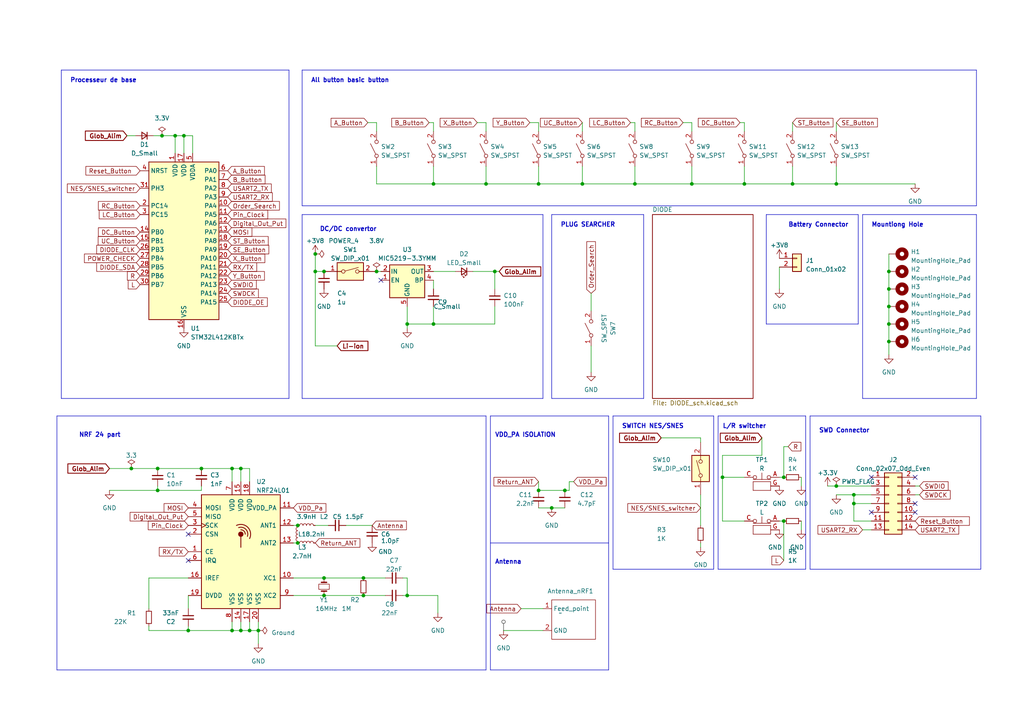
<source format=kicad_sch>
(kicad_sch (version 20230121) (generator eeschema)
  (paper "A4")
  (title_block (title "SNES_1") (date "06/04/2023") (company "ENSEA") (comment 1 "Auriac Robin") (comment 5 "Ce n'est pas fini, c'est une bêta"))
  (lib_symbols
    (symbol "Antenna_nRF24_2_4GHz:Antenna_nRF_2_4GHz"
      (property "Reference" "Antenna_nRF" (at 0 7.62 0))
      (symbol "Antenna_nRF_2_4GHz_1_1"
        (pin bidirectional line (at -8.89 3.81 0) (length 2.54) (name "Feed_point") (number "1"))
        (pin power_in line (at -8.89 -2.54 0) (length 2.54) (name "GND") (number "2"))
      )
    )
    (symbol "Connector:CoaxialSwitch_Testpoint" (pin_names (offset 1.016) hide)
      (property "Reference" "TP" (at 0 -3.81 0))
      (property "Value" "CoaxialSwitch_Testpoint" (at 0 3.81 0))
      (symbol "CoaxialSwitch_Testpoint_1_1"
        (pin passive line (at 5.08 1.27 180) (length 2.54) (name "A") (number "A"))
        (pin passive line (at -5.08 1.27 0) (length 2.54) (name "C") (number "C"))
        (pin passive line (at 5.08 -1.27 180) (length 2.54) (name "G") (number "G"))
      )
    )
    (symbol "Connector_Generic:Conn_01x02" (pin_names (offset 1.016) hide)
      (property "Reference" "J" (at 0 2.54 0))
      (property "Value" "Conn_01x02" (at 0 -5.08 0))
      (symbol "Conn_01x02_1_1"
        (pin passive line (at -5.08 0 0) (length 3.81) (name "Pin_1") (number "1"))
        (pin passive line (at -5.08 -2.54 0) (length 3.81) (name "Pin_2") (number "2"))
      )
    )
    (symbol "Connector_Generic:Conn_02x07_Odd_Even" (pin_names (offset 1.016) hide)
      (property "Reference" "J" (at 1.27 10.16 0))
      (property "Value" "Conn_02x07_Odd_Even" (at 1.27 -10.16 0))
      (symbol "Conn_02x07_Odd_Even_1_1"
        (pin passive line (at -5.08 7.62 0) (length 3.81) (name "Pin_1") (number "1"))
        (pin passive line (at 7.62 -2.54 180) (length 3.81) (name "Pin_10") (number "10"))
        (pin passive line (at -5.08 -5.08 0) (length 3.81) (name "Pin_11") (number "11"))
        (pin passive line (at 7.62 -5.08 180) (length 3.81) (name "Pin_12") (number "12"))
        (pin passive line (at -5.08 -7.62 0) (length 3.81) (name "Pin_13") (number "13"))
        (pin passive line (at 7.62 -7.62 180) (length 3.81) (name "Pin_14") (number "14"))
        (pin passive line (at 7.62 7.62 180) (length 3.81) (name "Pin_2") (number "2"))
        (pin passive line (at -5.08 5.08 0) (length 3.81) (name "Pin_3") (number "3"))
        (pin passive line (at 7.62 5.08 180) (length 3.81) (name "Pin_4") (number "4"))
        (pin passive line (at -5.08 2.54 0) (length 3.81) (name "Pin_5") (number "5"))
        (pin passive line (at 7.62 2.54 180) (length 3.81) (name "Pin_6") (number "6"))
        (pin passive line (at -5.08 0 0) (length 3.81) (name "Pin_7") (number "7"))
        (pin passive line (at 7.62 0 180) (length 3.81) (name "Pin_8") (number "8"))
        (pin passive line (at -5.08 -2.54 0) (length 3.81) (name "Pin_9") (number "9"))
      )
    )
    (symbol "Device:C_Small" (pin_numbers hide) (pin_names (offset 0.254) hide)
      (property "Reference" "C" (at 0.254 1.778 0))
      (property "Value" "C_Small" (at 0.254 -2.032 0))
      (symbol "C_Small_1_1"
        (pin passive line (at 0 2.54 270) (length 2.032) (name "~") (number "1"))
        (pin passive line (at 0 -2.54 90) (length 2.032) (name "~") (number "2"))
      )
    )
    (symbol "Device:Crystal_Small" (pin_numbers hide) (pin_names (offset 1.016) hide)
      (property "Reference" "Y" (at 0 2.54 0))
      (property "Value" "Crystal_Small" (at 0 -2.54 0))
      (symbol "Crystal_Small_1_1"
        (pin passive line (at -2.54 0 0) (length 1.27) (name "1") (number "1"))
        (pin passive line (at 2.54 0 180) (length 1.27) (name "2") (number "2"))
      )
    )
    (symbol "Device:D_Small" (pin_numbers hide) (pin_names (offset 0.254) hide)
      (property "Reference" "D" (at -1.27 2.032 0))
      (property "Value" "D_Small" (at -3.81 -2.032 0))
      (symbol "D_Small_1_1"
        (pin passive line (at -2.54 0 0) (length 1.778) (name "K") (number "1"))
        (pin passive line (at 2.54 0 180) (length 1.778) (name "A") (number "2"))
      )
    )
    (symbol "Device:LED_Small" (pin_numbers hide) (pin_names (offset 0.254) hide)
      (property "Reference" "D" (at -1.27 3.175 0))
      (property "Value" "LED_Small" (at -4.445 -2.54 0))
      (symbol "LED_Small_1_1"
        (pin passive line (at -2.54 0 0) (length 1.778) (name "K") (number "1"))
        (pin passive line (at 2.54 0 180) (length 1.778) (name "A") (number "2"))
      )
    )
    (symbol "Device:L_Small" (pin_numbers hide) (pin_names (offset 0.254) hide)
      (property "Reference" "L" (at 0.762 1.016 0))
      (property "Value" "L_Small" (at 0.762 -1.016 0))
      (symbol "L_Small_1_1"
        (pin passive line (at 0 2.54 270) (length 0.508) (name "~") (number "1"))
        (pin passive line (at 0 -2.54 90) (length 0.508) (name "~") (number "2"))
      )
    )
    (symbol "Device:R_Small" (pin_numbers hide) (pin_names (offset 0.254) hide)
      (property "Reference" "R" (at 0.762 0.508 0))
      (property "Value" "R_Small" (at 0.762 -1.016 0))
      (symbol "R_Small_1_1"
        (pin passive line (at 0 2.54 270) (length 0.762) (name "~") (number "1"))
        (pin passive line (at 0 -2.54 90) (length 0.762) (name "~") (number "2"))
      )
    )
    (symbol "MCU_ST_STM32L4:STM32L412KBTx"
      (property "Reference" "U" (at -10.16 24.13 0))
      (property "Value" "STM32L412KBTx" (at 5.08 24.13 0))
      (symbol "STM32L412KBTx_1_1"
        (pin power_in line (at -2.54 25.4 270) (length 2.54) (name "VDD") (number "1"))
        (pin bidirectional line (at 12.7 10.16 180) (length 2.54) (name "PA4") (number "10"))
        (pin bidirectional line (at 12.7 7.62 180) (length 2.54) (name "PA5") (number "11"))
        (pin bidirectional line (at 12.7 5.08 180) (length 2.54) (name "PA6") (number "12"))
        (pin bidirectional line (at 12.7 2.54 180) (length 2.54) (name "PA7") (number "13"))
        (pin bidirectional line (at -12.7 2.54 0) (length 2.54) (name "PB0") (number "14"))
        (pin bidirectional line (at -12.7 0 0) (length 2.54) (name "PB1") (number "15"))
        (pin power_in line (at 0 -25.4 90) (length 2.54) (name "VSS") (number "16"))
        (pin power_in line (at 0 25.4 270) (length 2.54) (name "VDD") (number "17"))
        (pin bidirectional line (at 12.7 0 180) (length 2.54) (name "PA8") (number "18"))
        (pin bidirectional line (at 12.7 -2.54 180) (length 2.54) (name "PA9") (number "19"))
        (pin bidirectional line (at -12.7 10.16 0) (length 2.54) (name "PC14") (number "2"))
        (pin bidirectional line (at 12.7 -5.08 180) (length 2.54) (name "PA10") (number "20"))
        (pin bidirectional line (at 12.7 -7.62 180) (length 2.54) (name "PA11") (number "21"))
        (pin bidirectional line (at 12.7 -10.16 180) (length 2.54) (name "PA12") (number "22"))
        (pin bidirectional line (at 12.7 -12.7 180) (length 2.54) (name "PA13") (number "23"))
        (pin bidirectional line (at 12.7 -15.24 180) (length 2.54) (name "PA14") (number "24"))
        (pin bidirectional line (at 12.7 -17.78 180) (length 2.54) (name "PA15") (number "25"))
        (pin bidirectional line (at -12.7 -2.54 0) (length 2.54) (name "PB3") (number "26"))
        (pin bidirectional line (at -12.7 -5.08 0) (length 2.54) (name "PB4") (number "27"))
        (pin bidirectional line (at -12.7 -7.62 0) (length 2.54) (name "PB5") (number "28"))
        (pin bidirectional line (at -12.7 -10.16 0) (length 2.54) (name "PB6") (number "29"))
        (pin bidirectional line (at -12.7 7.62 0) (length 2.54) (name "PC15") (number "3"))
        (pin bidirectional line (at -12.7 -12.7 0) (length 2.54) (name "PB7") (number "30"))
        (pin bidirectional line (at -12.7 15.24 0) (length 2.54) (name "PH3") (number "31"))
        (pin passive line (at 0 -25.4 90) (length 2.54) hide (name "VSS") (number "32"))
        (pin input line (at -12.7 20.32 0) (length 2.54) (name "NRST") (number "4"))
        (pin power_in line (at 2.54 25.4 270) (length 2.54) (name "VDDA") (number "5"))
        (pin bidirectional line (at 12.7 20.32 180) (length 2.54) (name "PA0") (number "6"))
        (pin bidirectional line (at 12.7 17.78 180) (length 2.54) (name "PA1") (number "7"))
        (pin bidirectional line (at 12.7 15.24 180) (length 2.54) (name "PA2") (number "8"))
        (pin bidirectional line (at 12.7 12.7 180) (length 2.54) (name "PA3") (number "9"))
      )
    )
    (symbol "Mechanical:MountingHole_Pad" (pin_numbers hide) (pin_names (offset 1.016) hide)
      (property "Reference" "H" (at 0 6.35 0))
      (property "Value" "MountingHole_Pad" (at 0 4.445 0))
      (symbol "MountingHole_Pad_1_1"
        (pin input line (at 0 -2.54 90) (length 2.54) (name "1") (number "1"))
      )
    )
    (symbol "RF:NRF24L01" (pin_names (offset 1.016))
      (property "Reference" "U" (at -11.43 17.78 0))
      (property "Value" "NRF24L01" (at 5.08 17.78 0))
      (symbol "NRF24L01_1_1"
        (pin input line (at -15.24 0 0) (length 3.81) (name "CE") (number "1"))
        (pin passive line (at 15.24 -7.62 180) (length 3.81) (name "XC1") (number "10"))
        (pin power_out line (at 15.24 12.7 180) (length 3.81) (name "VDD_PA") (number "11"))
        (pin passive line (at 15.24 7.62 180) (length 3.81) (name "ANT1") (number "12"))
        (pin passive line (at 15.24 2.54 180) (length 3.81) (name "ANT2") (number "13"))
        (pin power_in line (at 0 -20.32 90) (length 3.81) (name "VSS") (number "14"))
        (pin power_in line (at 0 20.32 270) (length 3.81) (name "VDD") (number "15"))
        (pin passive line (at -15.24 -7.62 0) (length 3.81) (name "IREF") (number "16"))
        (pin power_in line (at 2.54 -20.32 90) (length 3.81) (name "VSS") (number "17"))
        (pin power_in line (at 2.54 20.32 270) (length 3.81) (name "VDD") (number "18"))
        (pin power_out line (at -15.24 -12.7 0) (length 3.81) (name "DVDD") (number "19"))
        (pin input line (at -15.24 5.08 0) (length 3.81) (name "CSN") (number "2"))
        (pin power_in line (at 5.08 -20.32 90) (length 3.81) (name "VSS") (number "20"))
        (pin input clock (at -15.24 7.62 0) (length 3.81) (name "SCK") (number "3"))
        (pin input line (at -15.24 12.7 0) (length 3.81) (name "MOSI") (number "4"))
        (pin output line (at -15.24 10.16 0) (length 3.81) (name "MISO") (number "5"))
        (pin output line (at -15.24 -2.54 0) (length 3.81) (name "IRQ") (number "6"))
        (pin power_in line (at -2.54 20.32 270) (length 3.81) (name "VDD") (number "7"))
        (pin power_in line (at -2.54 -20.32 90) (length 3.81) (name "VSS") (number "8"))
        (pin passive line (at 15.24 -12.7 180) (length 3.81) (name "XC2") (number "9"))
      )
    )
    (symbol "Regulator_Linear:MIC5219-3.3YMM" (pin_names (offset 0.254))
      (property "Reference" "U" (at -3.81 5.715 0))
      (property "Value" "MIC5219-3.3YMM" (at 0 5.715 0))
      (symbol "MIC5219-3.3YMM_1_1"
        (pin input line (at -7.62 0 0) (length 2.54) (name "EN") (number "1"))
        (pin power_in line (at -7.62 2.54 0) (length 2.54) (name "IN") (number "2"))
        (pin power_out line (at 7.62 2.54 180) (length 2.54) (name "OUT") (number "3"))
        (pin input line (at 7.62 0 180) (length 2.54) (name "BP") (number "4"))
        (pin power_in line (at 0 -7.62 90) (length 2.54) (name "GND") (number "5"))
        (pin passive line (at 0 -7.62 90) (length 2.54) hide (name "GND") (number "6"))
        (pin passive line (at 0 -7.62 90) (length 2.54) hide (name "GND") (number "7"))
        (pin passive line (at 0 -7.62 90) (length 2.54) hide (name "GND") (number "8"))
      )
    )
    (symbol "Switch:SW_DIP_x01" (pin_names (offset 0) hide)
      (property "Reference" "SW" (at 0 3.81 0))
      (property "Value" "SW_DIP_x01" (at 0 -3.81 0))
      (symbol "SW_DIP_x01_1_1"
        (pin passive line (at -7.62 0 0) (length 5.08) (name "~") (number "1"))
        (pin passive line (at 7.62 0 180) (length 5.08) (name "~") (number "2"))
      )
    )
    (symbol "Switch:SW_SPST" (pin_names (offset 0) hide)
      (property "Reference" "SW" (at 0 3.175 0))
      (property "Value" "SW_SPST" (at 0 -2.54 0))
      (symbol "SW_SPST_1_1"
        (pin passive line (at -5.08 0 0) (length 2.54) (name "A") (number "1"))
        (pin passive line (at 5.08 0 180) (length 2.54) (name "B") (number "2"))
      )
    )
    (symbol "power:+3.3V" (power) (pin_names (offset 0))
      (property "Value" "+3.3V" (at 0 3.556 0))
      (symbol "+3.3V_1_1"
        (pin power_in line (at 0 0 90) (length 0) hide (name "+3.3V") (number "1"))
      )
    )
    (symbol "power:+3V8" (power) (pin_names (offset 0))
      (property "Value" "+3V8" (at 0 3.556 0))
      (symbol "+3V8_1_1"
        (pin power_in line (at 0 0 90) (length 0) hide (name "+3V8") (number "1"))
      )
    )
    (symbol "power:GND" (power) (pin_names (offset 0))
      (property "Value" "GND" (at 0 -3.81 0))
      (symbol "GND_1_1"
        (pin power_in line (at 0 0 270) (length 0) hide (name "GND") (number "1"))
      )
    )
    (symbol "power:PWR_FLAG" (power) (pin_numbers hide) (pin_names (offset 0) hide)
      (property "Value" "PWR_FLAG" (at 0 3.81 0))
      (symbol "PWR_FLAG_0_0"
        (pin power_out line (at 0 0 90) (length 0) (name "pwr") (number "1"))
      )
    )
  )
  (junction (at 53.34 39.37))
  (junction (at 143.51 78.74))
  (junction (at 38.1 135.89))
  (junction (at 125.73 53.34))
  (junction (at 242.57 140.97))
  (junction (at 72.39 182.88))
  (junction (at 69.85 135.89))
  (junction (at 69.85 182.88))
  (junction (at 67.31 135.89))
  (junction (at 118.11 93.98))
  (junction (at 105.41 167.64))
  (junction (at 93.98 78.74))
  (junction (at 184.15 53.34))
  (junction (at 91.44 73.66))
  (junction (at 257.81 99.06))
  (junction (at 257.81 88.9))
  (junction (at 58.42 135.89))
  (junction (at 118.11 172.72))
  (junction (at 140.97 53.34))
  (junction (at 209.55 138.43))
  (junction (at 93.98 172.72))
  (junction (at 242.57 53.34))
  (junction (at 200.66 53.34))
  (junction (at 125.73 93.98))
  (junction (at 156.21 53.34))
  (junction (at 46.99 39.37))
  (junction (at 227.33 151.13))
  (junction (at 54.61 182.88))
  (junction (at 45.72 142.24))
  (junction (at 109.22 78.74))
  (junction (at 160.02 147.32))
  (junction (at 67.31 182.88))
  (junction (at 45.72 135.89))
  (junction (at 91.44 78.74))
  (junction (at 257.81 83.82))
  (junction (at 105.41 172.72))
  (junction (at 229.87 53.34))
  (junction (at 74.93 182.88))
  (junction (at 247.65 143.51))
  (junction (at 50.8 39.37))
  (junction (at 257.81 93.98))
  (junction (at 163.83 142.24))
  (junction (at 247.65 146.05))
  (junction (at 93.98 167.64))
  (junction (at 227.33 138.43))
  (junction (at 215.9 53.34))
  (junction (at 156.21 142.24))
  (junction (at 168.91 53.34))
  (junction (at 86.36 157.48))
  (junction (at 86.36 152.4))
  (junction (at 257.81 78.74))
  (no_connect (at 54.61 162.56))
  (no_connect (at 265.43 146.05))
  (no_connect (at 110.49 81.28))
  (no_connect (at 252.73 138.43))
  (no_connect (at 265.43 138.43))
  (no_connect (at 265.43 148.59))
  (no_connect (at 252.73 148.59))
  (no_connect (at 54.61 154.94))
  (wire (pts (xy 242.57 35.56) (xy 242.57 38.1)))
  (wire (pts (xy 168.91 53.34) (xy 184.15 53.34)))
  (wire (pts (xy 138.43 35.56) (xy 140.97 35.56)))
  (wire (pts (xy 36.83 39.37) (xy 39.37 39.37)))
  (polyline (pts (xy 176.53 120.65) (xy 176.53 194.31)))
  (polyline (pts (xy 207.01 165.1) (xy 177.8 165.1)))
  (wire (pts (xy 151.13 176.53) (xy 157.48 176.53)))
  (polyline (pts (xy 142.24 157.48) (xy 176.53 157.48)))
  (wire (pts (xy 140.97 53.34) (xy 140.97 48.26)))
  (wire (pts (xy 209.55 138.43) (xy 209.55 151.13)))
  (wire (pts (xy 69.85 180.34) (xy 69.85 182.88)))
  (wire (pts (xy 118.11 172.72) (xy 118.11 167.64)))
  (polyline (pts (xy 157.48 115.57) (xy 157.48 62.23)))
  (polyline (pts (xy 16.51 120.65) (xy 16.51 194.31)))
  (polyline (pts (xy 142.24 194.31) (xy 176.53 194.31)))
  (wire (pts (xy 95.25 152.4) (xy 91.44 152.4)))
  (wire (pts (xy 125.73 78.74) (xy 132.08 78.74)))
  (wire (pts (xy 257.81 83.82) (xy 257.81 88.9)))
  (polyline (pts (xy 142.24 194.31) (xy 142.24 120.65)))
  (wire (pts (xy 242.57 53.34) (xy 265.43 53.34)))
  (wire (pts (xy 200.66 53.34) (xy 215.9 53.34)))
  (wire (pts (xy 86.36 152.4) (xy 85.09 152.4)))
  (wire (pts (xy 109.22 53.34) (xy 125.73 53.34)))
  (wire (pts (xy 203.2 152.4) (xy 203.2 143.51)))
  (wire (pts (xy 74.93 182.88) (xy 74.93 186.69)))
  (polyline (pts (xy 222.25 62.23) (xy 222.25 93.98)))
  (wire (pts (xy 43.18 167.64) (xy 43.18 176.53)))
  (wire (pts (xy 125.73 93.98) (xy 118.11 93.98)))
  (wire (pts (xy 93.98 172.72) (xy 105.41 172.72)))
  (wire (pts (xy 227.33 138.43) (xy 226.06 138.43)))
  (wire (pts (xy 67.31 135.89) (xy 67.31 139.7)))
  (wire (pts (xy 198.12 35.56) (xy 200.66 35.56)))
  (wire (pts (xy 67.31 180.34) (xy 67.31 182.88)))
  (polyline (pts (xy 234.95 120.65) (xy 284.48 120.65)))
  (wire (pts (xy 53.34 39.37) (xy 55.88 39.37)))
  (wire (pts (xy 43.18 181.61) (xy 43.18 182.88)))
  (polyline (pts (xy 160.02 62.23) (xy 186.69 62.23)))
  (polyline (pts (xy 186.69 115.57) (xy 160.02 115.57)))
  (polyline (pts (xy 17.78 20.32) (xy 17.78 115.57)))
  (wire (pts (xy 38.1 135.89) (xy 45.72 135.89)))
  (wire (pts (xy 140.97 53.34) (xy 156.21 53.34)))
  (wire (pts (xy 215.9 53.34) (xy 229.87 53.34)))
  (wire (pts (xy 74.93 180.34) (xy 74.93 182.88)))
  (wire (pts (xy 266.7 143.51) (xy 265.43 143.51)))
  (wire (pts (xy 54.61 176.53) (xy 54.61 172.72)))
  (wire (pts (xy 153.67 35.56) (xy 156.21 35.56)))
  (polyline (pts (xy 87.63 59.69) (xy 283.21 59.69)))
  (wire (pts (xy 165.1 142.24) (xy 163.83 142.24)))
  (wire (pts (xy 227.33 151.13) (xy 226.06 151.13)))
  (wire (pts (xy 91.44 78.74) (xy 91.44 100.33)))
  (wire (pts (xy 72.39 180.34) (xy 72.39 182.88)))
  (wire (pts (xy 91.44 73.66) (xy 91.44 78.74)))
  (wire (pts (xy 203.2 127) (xy 191.77 127)))
  (polyline (pts (xy 222.25 62.23) (xy 248.92 62.23)))
  (wire (pts (xy 118.11 172.72) (xy 127 172.72)))
  (wire (pts (xy 220.98 127) (xy 220.98 132.08)))
  (wire (pts (xy 209.55 138.43) (xy 215.9 138.43)))
  (wire (pts (xy 105.41 172.72) (xy 111.76 172.72)))
  (wire (pts (xy 227.33 129.54) (xy 227.33 138.43)))
  (wire (pts (xy 156.21 48.26) (xy 156.21 53.34)))
  (wire (pts (xy 229.87 35.56) (xy 229.87 38.1)))
  (polyline (pts (xy 83.82 115.57) (xy 83.82 20.32)))
  (wire (pts (xy 160.02 147.32) (xy 163.83 147.32)))
  (wire (pts (xy 106.68 35.56) (xy 109.22 35.56)))
  (wire (pts (xy 242.57 140.97) (xy 252.73 140.97)))
  (polyline (pts (xy 87.63 62.23) (xy 157.48 62.23)))
  (wire (pts (xy 69.85 135.89) (xy 69.85 139.7)))
  (polyline (pts (xy 234.95 165.1) (xy 284.48 165.1)))
  (wire (pts (xy 69.85 182.88) (xy 67.31 182.88)))
  (polyline (pts (xy 16.51 120.65) (xy 140.97 120.65)))
  (wire (pts (xy 200.66 48.26) (xy 200.66 53.34)))
  (wire (pts (xy 232.41 151.13) (xy 232.41 153.67)))
  (wire (pts (xy 146.05 182.88) (xy 157.48 182.88)))
  (wire (pts (xy 209.55 132.08) (xy 209.55 138.43)))
  (polyline (pts (xy 87.63 20.32) (xy 283.21 20.32)))
  (wire (pts (xy 182.88 35.56) (xy 184.15 35.56)))
  (wire (pts (xy 31.75 135.89) (xy 38.1 135.89)))
  (polyline (pts (xy 208.28 120.65) (xy 208.28 165.1)))
  (wire (pts (xy 67.31 135.89) (xy 69.85 135.89)))
  (wire (pts (xy 125.73 81.28) (xy 125.73 83.82)))
  (polyline (pts (xy 284.48 165.1) (xy 284.48 120.65)))
  (polyline (pts (xy 160.02 62.23) (xy 160.02 115.57)))
  (wire (pts (xy 242.57 48.26) (xy 242.57 53.34)))
  (wire (pts (xy 227.33 151.13) (xy 227.33 162.56)))
  (polyline (pts (xy 17.78 115.57) (xy 83.82 115.57)))
  (polyline (pts (xy 140.97 120.65) (xy 140.97 194.31)))
  (wire (pts (xy 109.22 38.1) (xy 109.22 35.56)))
  (wire (pts (xy 257.81 93.98) (xy 257.81 99.06)))
  (wire (pts (xy 257.81 88.9) (xy 257.81 93.98)))
  (wire (pts (xy 203.2 127) (xy 203.2 128.27)))
  (wire (pts (xy 69.85 135.89) (xy 72.39 135.89)))
  (wire (pts (xy 85.09 167.64) (xy 93.98 167.64)))
  (wire (pts (xy 45.72 135.89) (xy 58.42 135.89)))
  (wire (pts (xy 247.65 143.51) (xy 247.65 146.05)))
  (wire (pts (xy 166.37 139.7) (xy 165.1 139.7)))
  (wire (pts (xy 247.65 143.51) (xy 252.73 143.51)))
  (wire (pts (xy 91.44 100.33) (xy 97.79 100.33)))
  (wire (pts (xy 168.91 35.56) (xy 168.91 38.1)))
  (polyline (pts (xy 283.21 62.23) (xy 283.21 115.57)))
  (wire (pts (xy 55.88 39.37) (xy 55.88 44.45)))
  (wire (pts (xy 54.61 181.61) (xy 54.61 182.88)))
  (wire (pts (xy 50.8 39.37) (xy 50.8 44.45)))
  (wire (pts (xy 116.84 172.72) (xy 118.11 172.72)))
  (polyline (pts (xy 248.92 93.98) (xy 222.25 93.98)))
  (wire (pts (xy 50.8 39.37) (xy 53.34 39.37)))
  (wire (pts (xy 228.6 129.54) (xy 227.33 129.54)))
  (polyline (pts (xy 208.28 120.65) (xy 233.68 120.65)))
  (wire (pts (xy 247.65 146.05) (xy 247.65 151.13)))
  (wire (pts (xy 118.11 88.9) (xy 118.11 93.98)))
  (polyline (pts (xy 234.95 120.65) (xy 234.95 165.1)))
  (polyline (pts (xy 233.68 165.1) (xy 233.68 120.65)))
  (wire (pts (xy 125.73 53.34) (xy 140.97 53.34)))
  (wire (pts (xy 45.72 140.97) (xy 45.72 142.24)))
  (wire (pts (xy 100.33 152.4) (xy 107.95 152.4)))
  (wire (pts (xy 31.75 142.24) (xy 45.72 142.24)))
  (wire (pts (xy 58.42 140.97) (xy 58.42 142.24)))
  (wire (pts (xy 125.73 38.1) (xy 125.73 35.56)))
  (wire (pts (xy 229.87 53.34) (xy 242.57 53.34)))
  (wire (pts (xy 125.73 48.26) (xy 125.73 53.34)))
  (polyline (pts (xy 283.21 59.69) (xy 283.21 20.32)))
  (wire (pts (xy 124.46 35.56) (xy 125.73 35.56)))
  (wire (pts (xy 184.15 53.34) (xy 200.66 53.34)))
  (wire (pts (xy 85.09 157.48) (xy 86.36 157.48)))
  (polyline (pts (xy 283.21 115.57) (xy 250.19 115.57)))
  (polyline (pts (xy 87.63 115.57) (xy 157.48 115.57)))
  (wire (pts (xy 54.61 182.88) (xy 67.31 182.88)))
  (wire (pts (xy 109.22 78.74) (xy 110.49 78.74)))
  (wire (pts (xy 257.81 73.66) (xy 257.81 78.74)))
  (wire (pts (xy 74.93 182.88) (xy 72.39 182.88)))
  (wire (pts (xy 54.61 167.64) (xy 43.18 167.64)))
  (polyline (pts (xy 142.24 120.65) (xy 176.53 120.65)))
  (polyline (pts (xy 177.8 120.65) (xy 177.8 165.1)))
  (polyline (pts (xy 87.63 62.23) (xy 87.63 115.57)))
  (wire (pts (xy 209.55 151.13) (xy 215.9 151.13)))
  (wire (pts (xy 72.39 135.89) (xy 72.39 139.7)))
  (wire (pts (xy 168.91 48.26) (xy 168.91 53.34)))
  (wire (pts (xy 220.98 132.08) (xy 209.55 132.08)))
  (polyline (pts (xy 207.01 120.65) (xy 207.01 165.1)))
  (wire (pts (xy 163.83 142.24) (xy 156.21 142.24)))
  (wire (pts (xy 247.65 151.13) (xy 252.73 151.13)))
  (wire (pts (xy 109.22 48.26) (xy 109.22 53.34)))
  (wire (pts (xy 46.99 39.37) (xy 50.8 39.37)))
  (polyline (pts (xy 177.8 120.65) (xy 207.01 120.65)))
  (wire (pts (xy 93.98 167.64) (xy 105.41 167.64)))
  (wire (pts (xy 127 172.72) (xy 127 177.8)))
  (polyline (pts (xy 250.19 62.23) (xy 283.21 62.23)))
  (wire (pts (xy 184.15 38.1) (xy 184.15 35.56)))
  (wire (pts (xy 242.57 143.51) (xy 247.65 143.51)))
  (wire (pts (xy 143.51 83.82) (xy 143.51 78.74)))
  (wire (pts (xy 156.21 53.34) (xy 168.91 53.34)))
  (wire (pts (xy 266.7 140.97) (xy 265.43 140.97)))
  (wire (pts (xy 215.9 48.26) (xy 215.9 53.34)))
  (wire (pts (xy 184.15 48.26) (xy 184.15 53.34)))
  (wire (pts (xy 171.45 85.09) (xy 171.45 90.17)))
  (wire (pts (xy 171.45 100.33) (xy 171.45 107.95)))
  (wire (pts (xy 72.39 182.88) (xy 69.85 182.88)))
  (wire (pts (xy 250.19 153.67) (xy 252.73 153.67)))
  (wire (pts (xy 232.41 138.43) (xy 232.41 140.97)))
  (wire (pts (xy 165.1 139.7) (xy 165.1 142.24)))
  (wire (pts (xy 215.9 38.1) (xy 215.9 35.56)))
  (wire (pts (xy 203.2 157.48) (xy 203.2 158.75)))
  (polyline (pts (xy 248.92 62.23) (xy 248.92 93.98)))
  (wire (pts (xy 58.42 135.89) (xy 67.31 135.89)))
  (wire (pts (xy 105.41 167.64) (xy 111.76 167.64)))
  (polyline (pts (xy 250.19 62.23) (xy 250.19 115.57)))
  (wire (pts (xy 257.81 99.06) (xy 257.81 102.87)))
  (polyline (pts (xy 208.28 165.1) (xy 233.68 165.1)))
  (wire (pts (xy 125.73 93.98) (xy 143.51 93.98)))
  (wire (pts (xy 156.21 139.7) (xy 156.21 142.24)))
  (wire (pts (xy 247.65 146.05) (xy 252.73 146.05)))
  (wire (pts (xy 137.16 78.74) (xy 143.51 78.74)))
  (wire (pts (xy 226.06 77.47) (xy 226.06 83.82)))
  (wire (pts (xy 156.21 147.32) (xy 160.02 147.32)))
  (wire (pts (xy 143.51 78.74) (xy 144.78 78.74)))
  (wire (pts (xy 143.51 88.9) (xy 143.51 93.98)))
  (wire (pts (xy 44.45 39.37) (xy 46.99 39.37)))
  (wire (pts (xy 43.18 182.88) (xy 54.61 182.88)))
  (wire (pts (xy 53.34 39.37) (xy 53.34 44.45)))
  (polyline (pts (xy 140.97 194.31) (xy 16.51 194.31)))
  (polyline (pts (xy 186.69 62.23) (xy 186.69 115.57)))
  (wire (pts (xy 85.09 172.72) (xy 93.98 172.72)))
  (wire (pts (xy 116.84 167.64) (xy 118.11 167.64)))
  (polyline (pts (xy 87.63 20.32) (xy 87.63 59.69)))
  (polyline (pts (xy 17.78 20.32) (xy 83.82 20.32)))
  (wire (pts (xy 214.63 35.56) (xy 215.9 35.56)))
  (wire (pts (xy 125.73 88.9) (xy 125.73 93.98)))
  (wire (pts (xy 257.81 78.74) (xy 257.81 83.82)))
  (wire (pts (xy 240.03 140.97) (xy 242.57 140.97)))
  (wire (pts (xy 58.42 142.24) (xy 45.72 142.24)))
  (wire (pts (xy 118.11 93.98) (xy 118.11 95.25)))
  (wire (pts (xy 200.66 38.1) (xy 200.66 35.56)))
  (wire (pts (xy 91.44 78.74) (xy 93.98 78.74)))
  (wire (pts (xy 229.87 48.26) (xy 229.87 53.34)))
  (wire (pts (xy 156.21 38.1) (xy 156.21 35.56)))
  (wire (pts (xy 140.97 38.1) (xy 140.97 35.56)))
  (text "L/R switcher" (at 209.55 124.46 0) (effects (font (size 1.27 1.27) (thickness 0.254) bold) (justify left bottom)))
  (text "NRF 24 part\n" (at 22.86 127 0) (effects (font (size 1.27 1.27) bold) (justify left bottom)))
  (text "Antenna" (at 143.51 163.83 0) (effects (font (size 1.27 1.27) bold) (justify left bottom)))
  (text "Mountiong Hole" (at 252.73 66.04 0) (effects (font (size 1.27 1.27) bold) (justify left bottom)))
  (text "Processeur de base" (at 20.32 24.13 0) (effects (font (size 1.27 1.27) (thickness 0.254) bold) (justify left bottom)))
  (text "PLUG SEARCHER" (at 162.56 66.04 0) (effects (font (size 1.27 1.27) (thickness 0.254) bold) (justify left bottom)))
  (text "VDD_PA ISOLATION\n" (at 143.51 127 0) (effects (font (size 1.27 1.27) (thickness 0.254) bold) (justify left bottom)))
  (text "All button basic button\n" (at 90.17 24.13 0) (effects (font (size 1.27 1.27) bold) (justify left bottom)))
  (text "Battery Connector" (at 228.6 66.04 0) (effects (font (size 1.27 1.27) (thickness 0.254) bold) (justify left bottom)))
  (text "DC/DC convertor\n" (at 92.71 67.31 0) (effects (font (size 1.27 1.27) bold) (justify left bottom)))
  (text "SWD Connector" (at 237.49 125.73 0) (effects (font (size 1.27 1.27) (thickness 0.254) bold) (justify left bottom)))
  (text "SWITCH NES/SNES" (at 180.34 124.46 0) (effects (font (size 1.27 1.27) (thickness 0.254) bold) (justify left bottom)))
  (global_label "SE_Button" (shape input) (at 242.57 35.56 0) (property "Intersheetrefs" "${INTERSHEET_REFS}" (effects hide)))
  (global_label "B_Button" (shape input) (at 66.04 52.07 0) (property "Intersheetrefs" "${INTERSHEET_REFS}" (effects hide)))
  (global_label "Li-ion" (shape input) (at 97.79 100.33 0) (effects (font bold)) (property "Intersheetrefs" "${INTERSHEET_REFS}" (effects hide)))
  (global_label "NES{slash}SNES_switcher" (shape input) (at 40.64 54.61 180) (property "Intersheetrefs" "${INTERSHEET_REFS}" (effects hide)))
  (global_label "A_Button" (shape input) (at 106.68 35.56 180) (property "Intersheetrefs" "${INTERSHEET_REFS}" (effects hide)))
  (global_label "MOSI" (shape input) (at 54.61 147.32 180) (property "Intersheetrefs" "${INTERSHEET_REFS}" (effects hide)))
  (global_label "LC_Button" (shape input) (at 182.88 35.56 180) (property "Intersheetrefs" "${INTERSHEET_REFS}" (effects hide)))
  (global_label "Digital_Out_Put" (shape input) (at 54.61 149.86 180) (property "Intersheetrefs" "${INTERSHEET_REFS}" (effects hide)))
  (global_label "Pin_Clock" (shape input) (at 54.61 152.4 180) (property "Intersheetrefs" "${INTERSHEET_REFS}" (effects hide)))
  (global_label "DC_Button" (shape input) (at 40.64 67.31 180) (property "Intersheetrefs" "${INTERSHEET_REFS}" (effects hide)))
  (global_label "Pin_Clock" (shape input) (at 66.04 62.23 0) (property "Intersheetrefs" "${INTERSHEET_REFS}" (effects hide)))
  (global_label "USART2_RX" (shape input) (at 250.19 153.67 180) (property "Intersheetrefs" "${INTERSHEET_REFS}" (effects hide)))
  (global_label "DC_Button" (shape input) (at 214.63 35.56 180) (property "Intersheetrefs" "${INTERSHEET_REFS}" (effects hide)))
  (global_label "B_Button" (shape input) (at 124.46 35.56 180) (property "Intersheetrefs" "${INTERSHEET_REFS}" (effects hide)))
  (global_label "Glob_Alim" (shape input) (at 144.78 78.74 0) (effects (font bold)) (property "Intersheetrefs" "${INTERSHEET_REFS}" (effects hide)))
  (global_label "MOSI" (shape input) (at 66.04 67.31 0) (property "Intersheetrefs" "${INTERSHEET_REFS}" (effects hide)))
  (global_label "L" (shape input) (at 227.33 162.56 180) (property "Intersheetrefs" "${INTERSHEET_REFS}" (effects hide)))
  (global_label "ST_Button" (shape input) (at 229.87 35.56 0) (property "Intersheetrefs" "${INTERSHEET_REFS}" (effects hide)))
  (global_label "Return_ANT" (shape input) (at 91.44 157.48 0) (property "Intersheetrefs" "${INTERSHEET_REFS}" (effects hide)))
  (global_label "A_Button" (shape input) (at 66.04 49.53 0) (property "Intersheetrefs" "${INTERSHEET_REFS}" (effects hide)))
  (global_label "LC_Button" (shape input) (at 40.64 62.23 180) (property "Intersheetrefs" "${INTERSHEET_REFS}" (effects hide)))
  (global_label "DIODE_CLK" (shape input) (at 40.64 72.39 180) (property "Intersheetrefs" "${INTERSHEET_REFS}" (effects hide)))
  (global_label "SE_Button" (shape input) (at 66.04 72.39 0) (property "Intersheetrefs" "${INTERSHEET_REFS}" (effects hide)))
  (global_label "Order_Search" (shape input) (at 171.45 85.09 90) (property "Intersheetrefs" "${INTERSHEET_REFS}" (effects hide)))
  (global_label "Glob_Alim" (shape input) (at 191.77 127 180) (effects (font bold)) (property "Intersheetrefs" "${INTERSHEET_REFS}" (effects hide)))
  (global_label "SWDCK" (shape input) (at 266.7 143.51 0) (property "Intersheetrefs" "${INTERSHEET_REFS}" (effects hide)))
  (global_label "VDD_Pa" (shape input) (at 85.09 147.32 0) (property "Intersheetrefs" "${INTERSHEET_REFS}" (effects hide)))
  (global_label "Y_Button" (shape input) (at 66.04 80.01 0) (property "Intersheetrefs" "${INTERSHEET_REFS}" (effects hide)))
  (global_label "Reset_Button " (shape input) (at 40.64 49.53 180) (property "Intersheetrefs" "${INTERSHEET_REFS}" (effects hide)))
  (global_label "POWER_CHECK" (shape input) (at 40.64 74.93 180) (property "Intersheetrefs" "${INTERSHEET_REFS}" (effects hide)))
  (global_label "Glob_Alim" (shape input) (at 31.75 135.89 180) (effects (font bold)) (property "Intersheetrefs" "${INTERSHEET_REFS}" (effects hide)))
  (global_label "UC_Button" (shape input) (at 40.64 69.85 180) (property "Intersheetrefs" "${INTERSHEET_REFS}" (effects hide)))
  (global_label "SWDCK" (shape input) (at 66.04 85.09 0) (property "Intersheetrefs" "${INTERSHEET_REFS}" (effects hide)))
  (global_label "X_Button" (shape input) (at 138.43 35.56 180) (property "Intersheetrefs" "${INTERSHEET_REFS}" (effects hide)))
  (global_label "USART2_TX" (shape input) (at 265.43 153.67 0) (property "Intersheetrefs" "${INTERSHEET_REFS}" (effects hide)))
  (global_label "Antenna" (shape input) (at 151.13 176.53 180) (property "Intersheetrefs" "${INTERSHEET_REFS}" (effects hide)))
  (global_label "UC_Button" (shape input) (at 168.91 35.56 180) (property "Intersheetrefs" "${INTERSHEET_REFS}" (effects hide)))
  (global_label "Reset_Button " (shape input) (at 265.43 151.13 0) (property "Intersheetrefs" "${INTERSHEET_REFS}" (effects hide)))
  (global_label "SWDIO" (shape input) (at 66.04 82.55 0) (property "Intersheetrefs" "${INTERSHEET_REFS}" (effects hide)))
  (global_label "R" (shape input) (at 40.64 80.01 180) (property "Intersheetrefs" "${INTERSHEET_REFS}" (effects hide)))
  (global_label "NES{slash}SNES_switcher" (shape input) (at 203.2 147.32 180) (property "Intersheetrefs" "${INTERSHEET_REFS}" (effects hide)))
  (global_label "DIODE_OE" (shape input) (at 66.04 87.63 0) (property "Intersheetrefs" "${INTERSHEET_REFS}" (effects hide)))
  (global_label "USART2_TX" (shape input) (at 66.04 54.61 0) (property "Intersheetrefs" "${INTERSHEET_REFS}" (effects hide)))
  (global_label "SWDIO" (shape input) (at 266.7 140.97 0) (property "Intersheetrefs" "${INTERSHEET_REFS}" (effects hide)))
  (global_label "RC_Button" (shape input) (at 198.12 35.56 180) (property "Intersheetrefs" "${INTERSHEET_REFS}" (effects hide)))
  (global_label "Digital_Out_Put" (shape input) (at 66.04 64.77 0) (property "Intersheetrefs" "${INTERSHEET_REFS}" (effects hide)))
  (global_label "USART2_RX" (shape input) (at 66.04 57.15 0) (property "Intersheetrefs" "${INTERSHEET_REFS}" (effects hide)))
  (global_label "Order_Search" (shape input) (at 66.04 59.69 0) (property "Intersheetrefs" "${INTERSHEET_REFS}" (effects hide)))
  (global_label "X_Button" (shape input) (at 66.04 74.93 0) (property "Intersheetrefs" "${INTERSHEET_REFS}" (effects hide)))
  (global_label "R" (shape input) (at 228.6 129.54 0) (property "Intersheetrefs" "${INTERSHEET_REFS}" (effects hide)))
  (global_label "L" (shape input) (at 40.64 82.55 180) (property "Intersheetrefs" "${INTERSHEET_REFS}" (effects hide)))
  (global_label "VDD_Pa" (shape input) (at 166.37 139.7 0) (property "Intersheetrefs" "${INTERSHEET_REFS}" (effects hide)))
  (global_label "Glob_Alim" (shape input) (at 220.98 127 180) (effects (font bold)) (property "Intersheetrefs" "${INTERSHEET_REFS}" (effects hide)))
  (global_label "Y_Button" (shape input) (at 153.67 35.56 180) (property "Intersheetrefs" "${INTERSHEET_REFS}" (effects hide)))
  (global_label "ST_Button" (shape input) (at 66.04 69.85 0) (property "Intersheetrefs" "${INTERSHEET_REFS}" (effects hide)))
  (global_label "RX{slash}TX" (shape input) (at 54.61 160.02 180) (property "Intersheetrefs" "${INTERSHEET_REFS}" (effects hide)))
  (global_label "Antenna" (shape input) (at 107.95 152.4 0) (property "Intersheetrefs" "${INTERSHEET_REFS}" (effects hide)))
  (global_label "RC_Button" (shape input) (at 40.64 59.69 180) (property "Intersheetrefs" "${INTERSHEET_REFS}" (effects hide)))
  (global_label "RX{slash}TX" (shape input) (at 66.04 77.47 0) (property "Intersheetrefs" "${INTERSHEET_REFS}" (effects hide)))
  (global_label "DIODE_SDA" (shape input) (at 40.64 77.47 180) (property "Intersheetrefs" "${INTERSHEET_REFS}" (effects hide)))
  (global_label "Return_ANT" (shape input) (at 156.21 139.7 180) (property "Intersheetrefs" "${INTERSHEET_REFS}" (effects hide)))
  (global_label "Glob_Alim" (shape input) (at 36.83 39.37 180) (effects (font bold)) (property "Intersheetrefs" "${INTERSHEET_REFS}" (effects hide)))
  (netclass_flag "" (length 2.54) (shape round) (at 146.05 182.88 0) (property "Netclass" "Antenna" (effects hide)))
  (symbol (lib_id "power:GND") (at 74.93 186.69 0) (unit 1)
    (property "Reference" "#PWR03" (effects hide))
    (property "Value" "GND" (at 74.93 191.77 0))
  )
  (symbol (lib_id "Device:LED_Small") (at 134.62 78.74 180) (unit 1)
    (property "Reference" "D2" (at 134.5565 73.66 0))
    (property "Value" "LED_Small" (at 134.5565 76.2 0))
    (property "Footprint" "LED_SMD:LED_0603_1608Metric_Pad1.05x0.95mm_HandSolder" (effects hide))
  )
  (symbol (lib_id "Switch:SW_SPST") (at 156.21 43.18 90) (unit 1)
    (property "Reference" "SW5" (at 157.48 42.545 90) (effects (justify right)))
    (property "Value" "SW_SPST" (at 157.48 45.085 90) (effects (justify right)))
    (property "Footprint" "Button_Switch_SMD:SW_SPST_B3S-1000" (effects hide))
  )
  (symbol (lib_id "power:PWR_FLAG") (at 91.44 73.66 270) (unit 1)
    (property "Reference" "#FLG04" (effects hide))
    (property "Value" "POWER_4" (at 95.25 69.85 90) (effects (justify left)))
  )
  (symbol (lib_id "power:GND") (at 257.81 102.87 0) (unit 1)
    (property "Reference" "#PWR022" (effects hide))
    (property "Value" "GND" (at 257.81 107.95 0))
  )
  (symbol (lib_id "Mechanical:MountingHole_Pad") (at 260.35 78.74 270) (unit 1)
    (property "Reference" "H2" (at 264.16 78.105 90) (effects (justify left)))
    (property "Value" "MountingHole_Pad" (at 264.16 80.645 90) (effects (justify left)))
    (property "Footprint" "MountingHole:MountingHole_3.2mm_M3_DIN965_Pad" (effects hide))
  )
  (symbol (lib_id "Switch:SW_DIP_x01") (at 101.6 78.74 0) (unit 1)
    (property "Reference" "SW1" (at 101.6 72.39 0))
    (property "Value" "SW_DIP_x01" (at 101.6 74.93 0))
    (property "Footprint" "Button_Switch_SMD:SW_DIP_SPSTx01_Slide_Copal_CHS-01B_W7.62mm_P1.27mm" (effects hide))
  )
  (symbol (lib_id "power:GND") (at 226.06 140.97 0) (unit 1)
    (property "Reference" "#PWR015" (effects hide))
    (property "Value" "GND" (at 226.06 146.05 0))
  )
  (symbol (lib_id "Device:C_Small") (at 143.51 86.36 0) (unit 1)
    (property "Reference" "C10" (at 146.05 85.7313 0) (effects (justify left)))
    (property "Value" "100nF" (at 146.05 88.2713 0) (effects (justify left)))
    (property "Footprint" "Capacitor_SMD:C_0603_1608Metric_Pad1.08x0.95mm_HandSolder" (effects hide))
  )
  (symbol (lib_id "power:GND") (at 160.02 147.32 0) (unit 1)
    (property "Reference" "#PWR010" (effects hide))
    (property "Value" "GND" (at 160.02 152.4 0))
  )
  (symbol (lib_id "power:PWR_FLAG") (at 242.57 140.97 0) (unit 1)
    (property "Reference" "#FLG07" (effects hide))
    (property "Value" "PWR_FLAG" (at 248.92 139.7 0))
  )
  (symbol (lib_id "power:GND") (at 31.75 142.24 0) (unit 1)
    (property "Reference" "#PWR01" (effects hide))
    (property "Value" "GND" (at 31.75 147.32 0))
  )
  (symbol (lib_id "power:GND") (at 232.41 140.97 0) (unit 1)
    (property "Reference" "#PWR017" (effects hide))
    (property "Value" "GND" (at 232.41 146.05 0))
  )
  (symbol (lib_id "Device:L_Small") (at 86.36 154.94 180) (unit 1)
    (property "Reference" "L1" (at 87.63 154.94 0))
    (property "Value" "8.2nH" (at 91.44 154.94 0))
    (property "Footprint" "Inductor_SMD:L_0603_1608Metric_Pad1.05x0.95mm_HandSolder" (effects hide))
  )
  (symbol (lib_id "power:GND") (at 118.11 95.25 0) (unit 1)
    (property "Reference" "#PWR07" (effects hide))
    (property "Value" "GND" (at 118.11 100.33 0))
  )
  (symbol (lib_id "Switch:SW_SPST") (at 215.9 43.18 90) (unit 1)
    (property "Reference" "SW11" (at 217.17 42.545 90) (effects (justify right)))
    (property "Value" "SW_SPST" (at 217.17 45.085 90) (effects (justify right)))
    (property "Footprint" "Button_Switch_SMD:SW_SPST_B3S-1000" (effects hide))
  )
  (symbol (lib_id "Switch:SW_SPST") (at 168.91 43.18 90) (unit 1)
    (property "Reference" "SW6" (at 170.18 42.545 90) (effects (justify right)))
    (property "Value" "SW_SPST" (at 170.18 45.085 90) (effects (justify right)))
    (property "Footprint" "Button_Switch_SMD:SW_SPST_B3S-1000" (effects hide))
  )
  (symbol (lib_id "Switch:SW_SPST") (at 140.97 43.18 90) (unit 1)
    (property "Reference" "SW4" (at 142.24 42.545 90) (effects (justify right)))
    (property "Value" "SW_SPST" (at 142.24 45.085 90) (effects (justify right)))
    (property "Footprint" "Button_Switch_SMD:SW_SPST_B3S-1000" (effects hide))
  )
  (symbol (lib_id "Device:L_Small") (at 88.9 152.4 90) (unit 1)
    (property "Reference" "L2" (at 93.98 149.86 90))
    (property "Value" "3.9nH" (at 88.9 149.86 90))
    (property "Footprint" "Inductor_SMD:L_0603_1608Metric_Pad1.05x0.95mm_HandSolder" (effects hide))
  )
  (symbol (lib_id "Device:C_Small") (at 156.21 144.78 0) (unit 1)
    (property "Reference" "C11" (at 152.4 143.51 0))
    (property "Value" "2.2nF" (at 152.4 146.0436 0))
    (property "Footprint" "Capacitor_SMD:C_0402_1005Metric_Pad0.74x0.62mm_HandSolder" (effects hide))
  )
  (symbol (lib_id "power:PWR_FLAG") (at 38.1 135.89 0) (unit 1)
    (property "Reference" "#FLG01" (effects hide))
    (property "Value" "3.3" (at 38.1 132.08 0))
  )
  (symbol (lib_id "Mechanical:MountingHole_Pad") (at 260.35 73.66 270) (unit 1)
    (property "Reference" "H1" (at 264.16 73.025 90) (effects (justify left)))
    (property "Value" "MountingHole_Pad" (at 264.16 75.565 90) (effects (justify left)))
    (property "Footprint" "MountingHole:MountingHole_3.2mm_M3_DIN965_Pad" (effects hide))
  )
  (symbol (lib_id "Device:C_Small") (at 163.83 144.78 180) (unit 1)
    (property "Reference" "C12" (at 170.18 143.51 0))
    (property "Value" "4.7pF" (at 170.18 146.05 0))
    (property "Footprint" "Capacitor_SMD:C_0402_1005Metric_Pad0.74x0.62mm_HandSolder" (effects hide))
  )
  (symbol (lib_id "Connector:CoaxialSwitch_Testpoint") (at 220.98 152.4 0) (unit 1)
    (property "Reference" "TP2" (at 220.98 146.05 0))
    (property "Value" "L" (at 220.98 148.59 0))
    (property "Footprint" "Connector_Coaxial:SMA_Molex_73251-1153_EdgeMount_Horizontal" (effects hide))
  )
  (symbol (lib_id "Device:C_Small") (at 93.98 81.28 0) (unit 1)
    (property "Reference" "C4" (at 97.79 85.09 0) (effects (justify left)))
    (property "Value" "1u" (at 97.79 87.63 0) (effects (justify left)))
    (property "Footprint" "Capacitor_SMD:C_0603_1608Metric_Pad1.08x0.95mm_HandSolder" (effects hide))
  )
  (symbol (lib_id "Mechanical:MountingHole_Pad") (at 260.35 88.9 270) (unit 1)
    (property "Reference" "H4" (at 264.16 88.265 90) (effects (justify left)))
    (property "Value" "MountingHole_Pad" (at 264.16 90.805 90) (effects (justify left)))
    (property "Footprint" "MountingHole:MountingHole_3.2mm_M3_DIN965_Pad" (effects hide))
  )
  (symbol (lib_id "power:GND") (at 107.95 157.48 0) (unit 1)
    (property "Reference" "#PWR06" (effects hide))
    (property "Value" "GND" (at 111.76 160.02 0))
  )
  (symbol (lib_id "Connector_Generic:Conn_01x02") (at 231.14 74.93 0) (unit 1)
    (property "Reference" "J1" (at 233.68 75.565 0) (effects (justify left)))
    (property "Value" "Conn_01x02" (at 233.68 78.105 0) (effects (justify left)))
    (property "Footprint" "Connector_JST:JST_XH_B2B-XH-A_1x02_P2.50mm_Vertical" (effects hide))
  )
  (symbol (lib_id "Connector:CoaxialSwitch_Testpoint") (at 220.98 139.7 0) (unit 1)
    (property "Reference" "TP1" (at 220.98 133.35 0))
    (property "Value" "R" (at 220.98 135.89 0))
    (property "Footprint" "Connector_Coaxial:SMA_Molex_73251-1153_EdgeMount_Horizontal" (effects hide))
  )
  (symbol (lib_id "power:GND") (at 127 177.8 0) (unit 1)
    (property "Reference" "#PWR08" (effects hide))
    (property "Value" "GND" (at 127 182.88 0))
  )
  (symbol (lib_id "power:PWR_FLAG") (at 109.22 78.74 0) (unit 1)
    (property "Reference" "#FLG05" (effects hide))
    (property "Value" "3.8V" (at 109.22 69.85 0))
  )
  (symbol (lib_id "power:+3V8") (at 91.44 73.66 0) (unit 1)
    (property "Reference" "#PWR04" (effects hide))
    (property "Value" "+3V8" (at 91.44 69.85 0))
  )
  (symbol (lib_id "Mechanical:MountingHole_Pad") (at 260.35 99.06 270) (unit 1)
    (property "Reference" "H6" (at 264.16 98.425 90) (effects (justify left)))
    (property "Value" "MountingHole_Pad" (at 264.16 100.965 90) (effects (justify left)))
    (property "Footprint" "MountingHole:MountingHole_3.2mm_M3_DIN965_Pad" (effects hide))
  )
  (symbol (lib_id "power:GND") (at 203.2 158.75 0) (unit 1)
    (property "Reference" "#PWR012" (effects hide))
    (property "Value" "GND" (at 203.2 163.83 0))
  )
  (symbol (lib_id "Device:R_Small") (at 229.87 138.43 90) (unit 1)
    (property "Reference" "R4" (at 229.87 133.35 90))
    (property "Value" "1K" (at 229.87 135.89 90))
    (property "Footprint" "Resistor_SMD:R_0603_1608Metric_Pad0.98x0.95mm_HandSolder" (effects hide))
  )
  (symbol (lib_id "Regulator_Linear:MIC5219-3.3YMM") (at 118.11 81.28 0) (unit 1)
    (property "Reference" "U3" (at 118.11 72.39 0))
    (property "Value" "MIC5219-3.3YMM" (at 118.11 74.93 0))
    (property "Footprint" "Package_SO:MSOP-8_3x3mm_P0.65mm" (effects hide))
    (property "Datasheet" "http://ww1.microchip.com/downloads/en/DeviceDoc/MIC5219-500mA-Peak-Output-LDO-Regulator-DS20006021A.pdf" (effects hide))
  )
  (symbol (lib_id "Device:C_Small") (at 45.72 138.43 0) (unit 1)
    (property "Reference" "C1" (at 48.26 137.8013 0) (effects (justify left)))
    (property "Value" "10nF" (at 48.26 140.3413 0) (effects (justify left)))
    (property "Footprint" "Capacitor_SMD:C_0603_1608Metric_Pad1.08x0.95mm_HandSolder" (effects hide))
  )
  (symbol (lib_id "Switch:SW_SPST") (at 229.87 43.18 90) (unit 1)
    (property "Reference" "SW12" (at 231.14 42.545 90) (effects (justify right)))
    (property "Value" "SW_SPST" (at 231.14 45.085 90) (effects (justify right)))
    (property "Footprint" "Button_Switch_SMD:SW_SPST_B3S-1000" (effects hide))
  )
  (symbol (lib_id "Device:C_Small") (at 114.3 172.72 270) (unit 1)
    (property "Reference" "C8" (at 113.03 175.26 90))
    (property "Value" "22nF" (at 113.03 177.8 90))
    (property "Footprint" "Capacitor_SMD:C_0603_1608Metric_Pad1.08x0.95mm_HandSolder" (effects hide))
  )
  (symbol (lib_id "power:GND") (at 242.57 143.51 0) (unit 1)
    (property "Reference" "#PWR019" (effects hide))
    (property "Value" "GND" (at 242.57 148.59 0))
  )
  (symbol (lib_id "Device:R_Small") (at 105.41 170.18 0) (unit 1)
    (property "Reference" "R2" (at 101.6 173.99 0) (effects (justify left)))
    (property "Value" "1M" (at 99.06 176.53 0) (effects (justify left)))
    (property "Footprint" "Resistor_SMD:R_0603_1608Metric_Pad0.98x0.95mm_HandSolder" (effects hide))
  )
  (symbol (lib_id "power:PWR_FLAG") (at 74.93 182.88 270) (unit 1)
    (property "Reference" "#FLG03" (effects hide))
    (property "Value" "Ground " (at 78.74 183.515 90) (effects (justify left)))
  )
  (symbol (lib_id "power:GND") (at 226.06 83.82 0) (unit 1)
    (property "Reference" "#PWR014" (effects hide))
    (property "Value" "GND" (at 226.06 88.9 0))
  )
  (symbol (lib_id "Switch:SW_SPST") (at 125.73 43.18 90) (unit 1)
    (property "Reference" "SW3" (at 127 42.545 90) (effects (justify right)))
    (property "Value" "SW_SPST" (at 127 45.085 90) (effects (justify right)))
    (property "Footprint" "Button_Switch_SMD:SW_SPST_B3S-1000" (effects hide))
  )
  (symbol (lib_id "power:GND") (at 53.34 95.25 0) (unit 1)
    (property "Reference" "#PWR02" (effects hide))
    (property "Value" "GND" (at 53.34 100.33 0))
  )
  (symbol (lib_id "power:+3.3V") (at 240.03 140.97 0) (unit 1)
    (property "Reference" "#PWR020" (effects hide))
    (property "Value" "+3.3V" (at 240.03 137.16 0))
  )
  (symbol (lib_id "Device:L_Small") (at 88.9 157.48 90) (unit 1)
    (property "Reference" "L3" (at 87.63 158.75 90))
    (property "Value" "2.7nH" (at 87.63 161.29 90))
    (property "Footprint" "Inductor_SMD:L_0402_1005Metric_Pad0.77x0.64mm_HandSolder" (effects hide))
  )
  (symbol (lib_id "Device:C_Small") (at 58.42 138.43 0) (unit 1)
    (property "Reference" "C3" (at 60.96 137.8013 0) (effects (justify left)))
    (property "Value" "1nF" (at 60.96 140.3413 0) (effects (justify left)))
    (property "Footprint" "Capacitor_SMD:C_0603_1608Metric_Pad1.08x0.95mm_HandSolder" (effects hide))
  )
  (symbol (lib_id "power:GND") (at 232.41 153.67 0) (unit 1)
    (property "Reference" "#PWR018" (effects hide))
    (property "Value" "GND" (at 231.14 158.75 0))
  )
  (symbol (lib_id "Device:C_Small") (at 54.61 179.07 0) (unit 1)
    (property "Reference" "C2" (at 49.53 180.34 0))
    (property "Value" "33nF" (at 49.53 177.8 0))
    (property "Footprint" "Capacitor_SMD:C_0603_1608Metric_Pad1.08x0.95mm_HandSolder" (effects hide))
  )
  (symbol (lib_id "Device:R_Small") (at 203.2 154.94 0) (unit 1)
    (property "Reference" "R3" (at 190.5 153.67 0) (effects (justify left)))
    (property "Value" "1K" (at 190.5 156.21 0) (effects (justify left)))
    (property "Footprint" "Resistor_SMD:R_0603_1608Metric_Pad0.98x0.95mm_HandSolder" (effects hide))
  )
  (symbol (lib_id "Switch:SW_SPST") (at 109.22 43.18 90) (unit 1)
    (property "Reference" "SW2" (at 110.49 42.545 90) (effects (justify right)))
    (property "Value" "SW_SPST" (at 110.49 45.085 90) (effects (justify right)))
    (property "Footprint" "Button_Switch_SMD:SW_SPST_B3S-1000" (effects hide))
  )
  (symbol (lib_id "Switch:SW_DIP_x01") (at 203.2 135.89 90) (unit 1)
    (property "Reference" "SW10" (at 189.23 133.35 90) (effects (justify right)))
    (property "Value" "SW_DIP_x01" (at 189.23 135.89 90) (effects (justify right)))
    (property "Footprint" "Button_Switch_SMD:SW_DIP_SPSTx01_Slide_Copal_CHS-01B_W7.62mm_P1.27mm" (effects hide))
  )
  (symbol (lib_id "Connector_Generic:Conn_02x07_Odd_Even") (at 257.81 146.05 0) (unit 1)
    (property "Reference" "J2" (at 259.08 133.35 0))
    (property "Value" "Conn_02x07_Odd_Even" (at 259.08 135.89 0))
    (property "Footprint" "Connector_PinHeader_1.27mm:PinHeader_2x07_P1.27mm_Vertical_SMD" (effects hide))
  )
  (symbol (lib_id "Device:C_Small") (at 114.3 167.64 270) (unit 1)
    (property "Reference" "C7" (at 114.2936 162.56 90))
    (property "Value" "22nF" (at 114.2936 165.1 90))
    (property "Footprint" "Capacitor_SMD:C_0603_1608Metric_Pad1.08x0.95mm_HandSolder" (effects hide))
  )
  (symbol (lib_id "Switch:SW_SPST") (at 184.15 43.18 90) (unit 1)
    (property "Reference" "SW8" (at 185.42 42.545 90) (effects (justify right)))
    (property "Value" "SW_SPST" (at 185.42 45.085 90) (effects (justify right)))
    (property "Footprint" "Button_Switch_SMD:SW_SPST_B3S-1000" (effects hide))
  )
  (symbol (lib_id "power:GND") (at 171.45 107.95 0) (unit 1)
    (property "Reference" "#PWR011" (effects hide))
    (property "Value" "GND" (at 171.45 113.03 0))
  )
  (symbol (lib_id "Device:R_Small") (at 43.18 179.07 0) (unit 1)
    (property "Reference" "R1" (at 36.83 177.8 0) (effects (justify left)))
    (property "Value" "22K" (at 33.02 180.34 0) (effects (justify left)))
    (property "Footprint" "Resistor_SMD:R_0603_1608Metric_Pad0.98x0.95mm_HandSolder" (effects hide))
  )
  (symbol (lib_id "Device:C_Small") (at 97.79 152.4 270) (unit 1)
    (property "Reference" "C5" (at 97.79 149.86 90))
    (property "Value" "1.5pF" (at 102.87 149.86 90))
    (property "Footprint" "Capacitor_SMD:C_0402_1005Metric_Pad0.74x0.62mm_HandSolder" (effects hide))
  )
  (symbol (lib_id "Mechanical:MountingHole_Pad") (at 260.35 83.82 270) (unit 1)
    (property "Reference" "H3" (at 264.16 83.185 90) (effects (justify left)))
    (property "Value" "MountingHole_Pad" (at 264.16 85.725 90) (effects (justify left)))
    (property "Footprint" "MountingHole:MountingHole_3.2mm_M3_DIN965_Pad" (effects hide))
  )
  (symbol (lib_id "MCU_ST_STM32L4:STM32L412KBTx") (at 53.34 69.85 0) (unit 1)
    (property "Reference" "U1" (at 55.2959 95.25 0) (effects (justify left)))
    (property "Value" "STM32L412KBTx" (at 55.2959 97.79 0) (effects (justify left)))
    (property "Footprint" "Package_QFP:LQFP-32_7x7mm_P0.8mm" (effects hide))
    (property "Datasheet" "https://www.st.com/resource/en/datasheet/stm32l412kb.pdf" (effects hide))
  )
  (symbol (lib_id "Device:R_Small") (at 229.87 151.13 90) (unit 1)
    (property "Reference" "R5" (at 229.87 160.02 90))
    (property "Value" "1K" (at 229.87 162.56 90))
    (property "Footprint" "Resistor_SMD:R_0603_1608Metric_Pad0.98x0.95mm_HandSolder" (effects hide))
  )
  (symbol (lib_id "power:PWR_FLAG") (at 46.99 39.37 0) (unit 1)
    (property "Reference" "#FLG02" (effects hide))
    (property "Value" "3.3V" (at 46.99 34.29 0))
  )
  (symbol (lib_id "Device:C_Small") (at 107.95 154.94 0) (unit 1)
    (property "Reference" "C6" (at 110.49 154.94 0) (effects (justify left)))
    (property "Value" "1.0pF" (at 110.49 156.8513 0) (effects (justify left)))
    (property "Footprint" "Capacitor_SMD:C_0402_1005Metric_Pad0.74x0.62mm_HandSolder" (effects hide))
  )
  (symbol (lib_id "Device:D_Small") (at 41.91 39.37 180) (unit 1)
    (property "Reference" "D1" (at 41.91 41.91 0))
    (property "Value" "D_Small" (at 41.91 44.45 0))
    (property "Footprint" "Diode_SMD:D_0603_1608Metric_Pad1.05x0.95mm_HandSolder" (effects hide))
    (property "Sim.Device" "D" (effects hide))
    (property "Sim.Pins" "1=K 2=A" (effects hide))
  )
  (symbol (lib_id "power:GND") (at 146.05 182.88 0) (unit 1)
    (property "Reference" "#PWR09" (effects hide))
    (property "Value" "GND" (at 146.05 187.96 0))
  )
  (symbol (lib_id "Device:C_Small") (at 125.73 86.36 0) (unit 1)
    (property "Reference" "C9" (at 127 87.63 0) (effects (justify left)))
    (property "Value" "C_Small" (at 125.73 88.9 0) (effects (justify left)))
    (property "Footprint" "Capacitor_SMD:C_0603_1608Metric_Pad1.08x0.95mm_HandSolder" (effects hide))
  )
  (symbol (lib_id "Device:Crystal_Small") (at 93.98 170.18 90) (unit 1)
    (property "Reference" "Y1" (at 92.71 173.99 90) (effects (justify right)))
    (property "Value" "16MHz" (at 91.44 176.53 90) (effects (justify right)))
    (property "Footprint" "Crystal:Crystal_SMD_HC49-SD_HandSoldering" (effects hide))
  )
  (symbol (lib_id "RF:NRF24L01") (at 69.85 160.02 0) (unit 1)
    (property "Reference" "U2" (at 74.3459 139.7 0) (effects (justify left)))
    (property "Value" "NRF24L01" (at 74.3459 142.24 0) (effects (justify left)))
    (property "Footprint" "Package_DFN_QFN:QFN-20-1EP_4x4mm_P0.5mm_EP2.5x2.5mm" (effects hide))
    (property "Datasheet" "http://www.nordicsemi.com/eng/content/download/2730/34105/file/nRF24L01_Product_Specification_v2_0.pdf" (effects hide))
  )
  (symbol (lib_id "Switch:SW_SPST") (at 242.57 43.18 90) (unit 1)
    (property "Reference" "SW13" (at 243.84 42.545 90) (effects (justify right)))
    (property "Value" "SW_SPST" (at 243.84 45.085 90) (effects (justify right)))
    (property "Footprint" "Button_Switch_SMD:SW_SPST_B3S-1000" (effects hide))
  )
  (symbol (lib_id "power:+3V8") (at 226.06 74.93 0) (unit 1)
    (property "Reference" "#PWR013" (effects hide))
    (property "Value" "+3V8" (at 226.06 71.12 0))
  )
  (symbol (lib_id "Switch:SW_SPST") (at 200.66 43.18 90) (unit 1)
    (property "Reference" "SW9" (at 201.93 42.545 90) (effects (justify right)))
    (property "Value" "SW_SPST" (at 201.93 45.085 90) (effects (justify right)))
    (property "Footprint" "Button_Switch_SMD:SW_SPST_B3S-1000" (effects hide))
  )
  (symbol (lib_id "power:GND") (at 226.06 153.67 0) (unit 1)
    (property "Reference" "#PWR016" (effects hide))
    (property "Value" "GND" (at 224.79 158.75 0))
  )
  (symbol (lib_id "Antenna_nRF24_2_4GHz:Antenna_nRF_2_4GHz") (at 166.37 180.34 0) (unit 1)
    (property "Reference" "Antenna_nRF1" (at 158.75 171.45 0) (effects (justify left)))
    (property "Value" "~" (at 162.56 177.8 0))
    (property "Footprint" "RF_Antenna:Texas_SWRA117D_2.4GHz_Right" (effects hide))
    (property "Datasheet" "https://www.ti.com/lit/an/swra117d/swra117d.pdf" (effects hide))
  )
  (symbol (lib_id "Switch:SW_SPST") (at 171.45 95.25 90) (unit 1)
    (property "Reference" "SW7" (at 177.8 95.25 0))
    (property "Value" "SW_SPST" (at 175.26 95.25 0))
    (property "Footprint" "Button_Switch_SMD:SW_SPST_B3S-1000" (effects hide))
  )
  (symbol (lib_id "power:GND") (at 93.98 83.82 0) (unit 1)
    (property "Reference" "#PWR05" (effects hide))
    (property "Value" "GND" (at 93.98 88.9 0))
  )
  (symbol (lib_id "Mechanical:MountingHole_Pad") (at 260.35 93.98 270) (unit 1)
    (property "Reference" "H5" (at 264.16 93.345 90) (effects (justify left)))
    (property "Value" "MountingHole_Pad" (at 264.16 95.885 90) (effects (justify left)))
    (property "Footprint" "MountingHole:MountingHole_3.2mm_M3_DIN965_Pad" (effects hide))
  )
  (symbol (lib_id "power:GND") (at 265.43 53.34 0) (unit 1)
    (property "Reference" "#PWR023" (effects hide))
    (property "Value" "GND" (at 265.43 58.42 0))
  )
  (sheet (at 189.23 62.23) (size 29.21 53.34) (stroke (width 0.1524))
    (property "Sheetname" "DIODE" (at 189.23 61.5184 0) (effects (justify left bottom)))
    (property "Sheetfile" "DIODE_sch.kicad_sch" (at 189.23 116.1546 0) (effects (justify left top)))
  )
)
</source>
